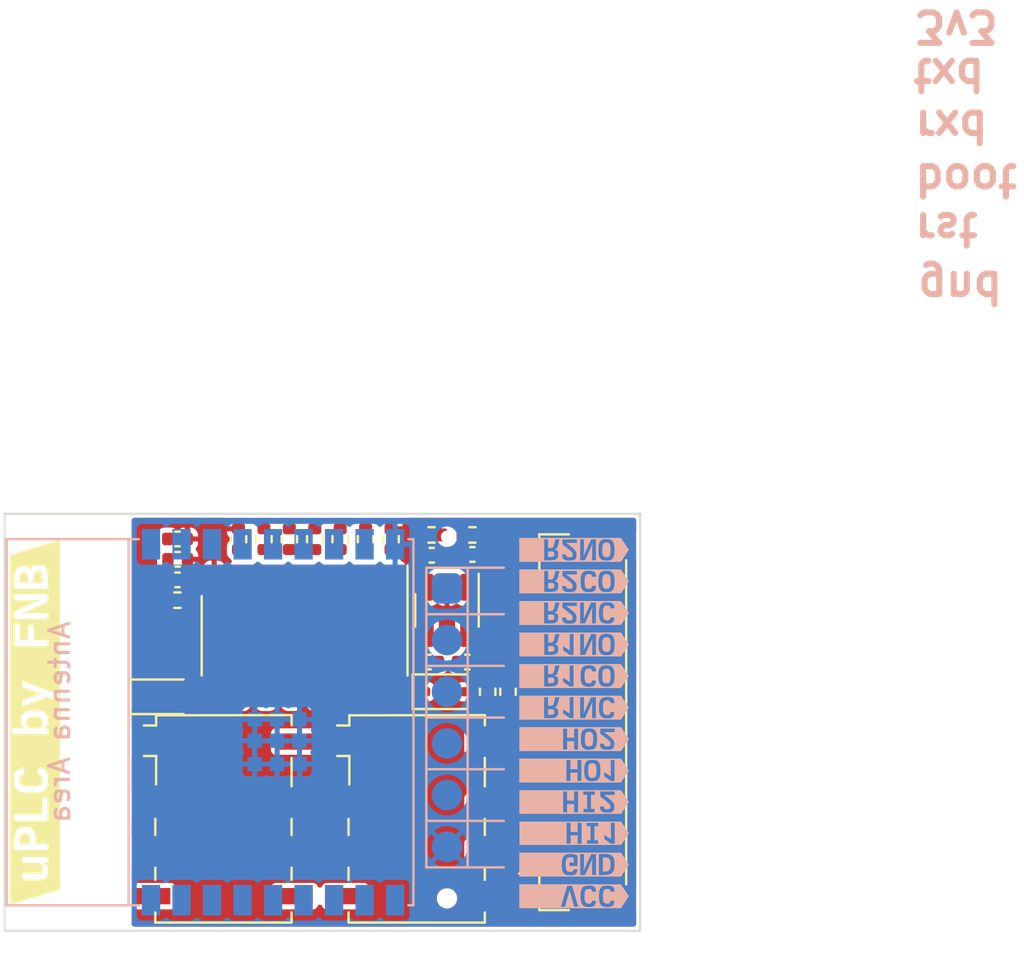
<source format=kicad_pcb>
(kicad_pcb (version 20221018) (generator pcbnew)
  (layers (0 "F.Cu" signal) (31 "B.Cu" signal) (34 "B.Paste" user) (35 "F.Paste" user) (36 "B.SilkS" user "B.Silkscreen") (37 "F.SilkS" user "F.Silkscreen") (38 "B.Mask" user) (39 "F.Mask" user) (44 "Edge.Cuts" user))
  (net 0 "")
  (net 1 "+VDC")
  (net 2 "GND")
  (net 3 "+3.3V")
  (net 4 "VBUS")
  (net 5 "TX")
  (net 6 "RX")
  (net 7 "BOOT")
  (net 8 "RST")
  (net 9 "HO2")
  (net 10 "R1NC")
  (net 11 "R1NO")
  (net 12 "R1CO")
  (net 13 "R2NC")
  (net 14 "R2CO")
  (net 16 "R2NO")
  (net 18 "Net-(U3-GPIO8)")
  (net 19 "Net-(U3-GPIO2{slash}ADC1_CH2)")
  (net 23 "ADC")
  (net 25 "GPIO14")
  (net 26 "GPIO12")
  (net 27 "GPIO13")
  (net 28 "GPIO5")
  (net 29 "RO1")
  (net 30 "RO2")
  (net 31 "HO1")
  (net 32 "HI2")
  (net 33 "HI1")
  (net 34 "GPIO15")
  (net 35 "GPIO4")
  (footprint "kibuzzard-65D272D8" (layer "F.Cu") (at 101.5 82.5 90)
    (fp_text reference "kibuzzard-65D272D8" hide)
    (fp_text value "G***" hide)
  )
  (footprint "Resistor_SMD:R_0402_1005Metric" (layer "F.Cu") (at 119 73.5 90)
    (fp_text reference "R7" hide)
    (fp_text value "10K")
    (pad "1" smd roundrect (at -0.51 0 90) (size 0.54 0.64) (layers "F.Cu" "F.Paste" "F.Mask") (net 27 "GPIO13"))
    (pad "2" smd roundrect (at 0.51 0 90) (size 0.54 0.64) (layers "F.Cu" "F.Paste" "F.Mask") (net 2 "GND"))
  )
  (footprint "Resistor_SMD:R_0402_1005Metric" (layer "F.Cu") (at 116.5 73.5 90)
    (fp_text reference "R4" hide)
    (fp_text value "10K")
    (pad "1" smd roundrect (at -0.51 0 90) (size 0.54 0.64) (layers "F.Cu" "F.Paste" "F.Mask") (net 18 "Net-(U3-GPIO8)"))
    (pad "2" smd roundrect (at 0.51 0 90) (size 0.54 0.64) (layers "F.Cu" "F.Paste" "F.Mask") (net 3 "+3.3V"))
  )
  (footprint "Connector_JST:JST_GH_SM12B-GHS-TB_1x12-1MP_P1.25mm_Horizontal" (layer "F.Cu") (at 128 82.5 90)
    (fp_text reference "J2" hide)
    (fp_text value "SM12B-GHS-TB(LF)(SN)")
    (pad "1" smd roundrect (at -6.875 -1.85 90) (size 0.6 1.7) (layers "F.Cu" "F.Paste" "F.Mask") (net 1 "+VDC"))
    (pad "2" smd roundrect (at -5.625 -1.85 90) (size 0.6 1.7) (layers "F.Cu" "F.Paste" "F.Mask") (net 2 "GND"))
    (pad "3" smd roundrect (at -4.375 -1.85 90) (size 0.6 1.7) (layers "F.Cu" "F.Paste" "F.Mask") (net 33 "HI1"))
    (pad "4" smd roundrect (at -3.125 -1.85 90) (size 0.6 1.7) (layers "F.Cu" "F.Paste" "F.Mask") (net 32 "HI2"))
    (pad "5" smd roundrect (at -1.875 -1.85 90) (size 0.6 1.7) (layers "F.Cu" "F.Paste" "F.Mask") (net 31 "HO1"))
    (pad "6" smd roundrect (at -0.625 -1.85 90) (size 0.6 1.7) (layers "F.Cu" "F.Paste" "F.Mask") (net 9 "HO2"))
    (pad "7" smd roundrect (at 0.625 -1.85 90) (size 0.6 1.7) (layers "F.Cu" "F.Paste" "F.Mask") (net 10 "R1NC"))
    (pad "8" smd roundrect (at 1.875 -1.85 90) (size 0.6 1.7) (layers "F.Cu" "F.Paste" "F.Mask") (net 12 "R1CO"))
    (pad "9" smd roundrect (at 3.125 -1.85 90) (size 0.6 1.7) (layers "F.Cu" "F.Paste" "F.Mask") (net 11 "R1NO"))
    (pad "10" smd roundrect (at 4.375 -1.85 90) (size 0.6 1.7) (layers "F.Cu" "F.Paste" "F.Mask") (net 13 "R2NC"))
    (pad "11" smd roundrect (at 5.625 -1.85 90) (size 0.6 1.7) (layers "F.Cu" "F.Paste" "F.Mask") (net 14 "R2CO"))
    (pad "12" smd roundrect (at 6.875 -1.85 90) (size 0.6 1.7) (layers "F.Cu" "F.Paste" "F.Mask") (net 16 "R2NO"))
    (pad "MP" smd roundrect (at -8.725 1.35 90) (size 1 2.7) (layers "F.Cu" "F.Paste" "F.Mask") (net 2 "GND"))
    (pad "MP" smd roundrect (at 8.725 1.35 90) (size 1 2.7) (layers "F.Cu" "F.Paste" "F.Mask") (net 2 "GND"))
  )
  (footprint "Relay_SMD:Relay_DPDT_Omron_G6K-2F-Y" (layer "F.Cu") (at 120.25 87.25)
    (fp_text reference "K2" hide)
    (fp_text value "G6K-2F-Y")
    (pad "1" smd rect (at -3.5 -3.8) (size 1.8 0.8) (layers "F.Cu" "F.Paste" "F.Mask") (net 4 "VBUS"))
    (pad "2" smd rect (at -3.5 -0.6) (size 1.8 0.8) (layers "F.Cu" "F.Paste" "F.Mask") (net 13 "R2NC"))
    (pad "3" smd rect (at -3.5 1.6) (size 1.8 0.8) (layers "F.Cu" "F.Paste" "F.Mask") (net 14 "R2CO"))
    (pad "4" smd rect (at -3.5 3.8) (size 1.8 0.8) (layers "F.Cu" "F.Paste" "F.Mask") (net 16 "R2NO"))
    (pad "5" smd rect (at 3.5 3.8) (size 1.8 0.8) (layers "F.Cu" "F.Paste" "F.Mask") (net 16 "R2NO"))
    (pad "6" smd rect (at 3.5 1.6) (size 1.8 0.8) (layers "F.Cu" "F.Paste" "F.Mask") (net 14 "R2CO"))
    (pad "7" smd rect (at 3.5 -0.6) (size 1.8 0.8) (layers "F.Cu" "F.Paste" "F.Mask") (net 13 "R2NC"))
    (pad "8" smd rect (at 3.5 -3.8) (size 1.8 0.8) (layers "F.Cu" "F.Paste" "F.Mask") (net 30 "RO2"))
  )
  (footprint "Capacitor_SMD:C_0402_1005Metric" (layer "F.Cu") (at 108.51 74.49)
    (fp_text reference "C10" hide)
    (fp_text value "0.1uF")
    (pad "1" smd roundrect (at -0.48 0) (size 0.56 0.62) (layers "F.Cu" "F.Paste" "F.Mask") (net 3 "+3.3V"))
    (pad "2" smd roundrect (at 0.48 0) (size 0.56 0.62) (layers "F.Cu" "F.Paste" "F.Mask") (net 2 "GND"))
  )
  (footprint "Resistor_SMD:R_0402_1005Metric" (layer "F.Cu") (at 108.5 76.5 180)
    (fp_text reference "R5" hide)
    (fp_text value "10K")
    (pad "1" smd roundrect (at -0.51 0 180) (size 0.54 0.64) (layers "F.Cu" "F.Paste" "F.Mask") (net 19 "Net-(U3-GPIO2{slash}ADC1_CH2)"))
    (pad "2" smd roundrect (at 0.51 0 180) (size 0.54 0.64) (layers "F.Cu" "F.Paste" "F.Mask") (net 3 "+3.3V"))
  )
  (footprint "Resistor_SMD:R_0402_1005Metric" (layer "F.Cu") (at 112.75 73.5 90)
    (fp_text reference "R12" hide)
    (fp_text value "10K")
    (pad "1" smd roundrect (at -0.51 0 90) (size 0.54 0.64) (layers "F.Cu" "F.Paste" "F.Mask") (net 33 "HI1"))
    (pad "2" smd roundrect (at 0.51 0 90) (size 0.54 0.64) (layers "F.Cu" "F.Paste" "F.Mask") (net 2 "GND"))
  )
  (footprint "Diode_SMD:D_SOD-323" (layer "F.Cu") (at 121.675 81)
    (fp_text reference "D2" hide)
    (fp_text value "1N4148WS")
    (pad "1" smd roundrect (at -1.05 0) (size 0.6 0.45) (layers "F.Cu" "F.Paste" "F.Mask") (net 4 "VBUS"))
    (pad "2" smd roundrect (at 1.05 0) (size 0.6 0.45) (layers "F.Cu" "F.Paste" "F.Mask") (net 30 "RO2"))
  )
  (footprint "Resistor_SMD:R_0402_1005Metric" (layer "F.Cu") (at 123 73.29 180)
    (fp_text reference "R6" hide)
    (fp_text value "316k")
    (pad "1" smd roundrect (at -0.51 0 180) (size 0.54 0.64) (layers "F.Cu" "F.Paste" "F.Mask") (net 1 "+VDC"))
    (pad "2" smd roundrect (at 0.51 0 180) (size 0.54 0.64) (layers "F.Cu" "F.Paste" "F.Mask") (net 23 "ADC"))
  )
  (footprint "Resistor_SMD:R_0402_1005Metric" (layer "F.Cu") (at 124.75 81 -90)
    (fp_text reference "R2" hide)
    (fp_text value "10K")
    (pad "1" smd roundrect (at -0.51 0 270) (size 0.54 0.64) (layers "F.Cu" "F.Paste" "F.Mask") (net 3 "+3.3V"))
    (pad "2" smd roundrect (at 0.51 0 270) (size 0.54 0.64) (layers "F.Cu" "F.Paste" "F.Mask") (net 7 "BOOT"))
  )
  (footprint "Package_TO_SOT_SMD:SOT-23-5" (layer "F.Cu") (at 121.75 77 -90)
    (fp_text reference "U1" hide)
    (fp_text value "DS8242-33S5")
    (pad "1" smd roundrect (at -1.1375 -0.95 270) (size 1.325 0.6) (layers "F.Cu" "F.Paste" "F.Mask") (net 1 "+VDC"))
    (pad "2" smd roundrect (at -1.1375 0 270) (size 1.325 0.6) (layers "F.Cu" "F.Paste" "F.Mask") (net 2 "GND"))
    (pad "3" smd roundrect (at -1.1375 0.95 270) (size 1.325 0.6) (layers "F.Cu" "F.Paste" "F.Mask"))
    (pad "4" smd roundrect (at 1.1375 0.95 270) (size 1.325 0.6) (layers "F.Cu" "F.Paste" "F.Mask"))
    (pad "5" smd roundrect (at 1.1375 -0.95 270) (size 1.325 0.6) (layers "F.Cu" "F.Paste" "F.Mask") (net 3 "+3.3V"))
  )
  (footprint "Capacitor_SMD:C_0402_1005Metric" (layer "F.Cu") (at 123 74.25 180)
    (fp_text reference "C4" hide)
    (fp_text value "0.1uF")
    (pad "1" smd roundrect (at -0.48 0 180) (size 0.56 0.62) (layers "F.Cu" "F.Paste" "F.Mask") (net 2 "GND"))
    (pad "2" smd roundrect (at 0.48 0 180) (size 0.56 0.62) (layers "F.Cu" "F.Paste" "F.Mask") (net 1 "+VDC"))
  )
  (footprint "Capacitor_SMD:C_0402_1005Metric" (layer "F.Cu") (at 108.5 73.49)
    (fp_text reference "C3" hide)
    (fp_text value "0.1uF")
    (pad "1" smd roundrect (at -0.48 0) (size 0.56 0.62) (layers "F.Cu" "F.Paste" "F.Mask") (net 3 "+3.3V"))
    (pad "2" smd roundrect (at 0.48 0) (size 0.56 0.62) (layers "F.Cu" "F.Paste" "F.Mask") (net 2 "GND"))
  )
  (footprint "Capacitor_SMD:C_0402_1005Metric" (layer "F.Cu") (at 120.845 79.54 180)
    (fp_text reference "C7" hide)
    (fp_text value "1uF")
    (pad "1" smd roundrect (at -0.48 0 180) (size 0.56 0.62) (layers "F.Cu" "F.Paste" "F.Mask") (net 3 "+3.3V"))
    (pad "2" smd roundrect (at 0.48 0 180) (size 0.56 0.62) (layers "F.Cu" "F.Paste" "F.Mask") (net 2 "GND"))
  )
  (footprint "Diode_SMD:D_SOD-323" (layer "F.Cu") (at 107.75 81.25)
    (fp_text reference "D1" hide)
    (fp_text value "1N4148WS")
    (pad "1" smd roundrect (at -1.05 0) (size 0.6 0.45) (layers "F.Cu" "F.Paste" "F.Mask") (net 4 "VBUS"))
    (pad "2" smd roundrect (at 1.05 0) (size 0.6 0.45) (layers "F.Cu" "F.Paste" "F.Mask") (net 29 "RO1"))
  )
  (footprint "Resistor_SMD:R_0402_1005Metric" (layer "F.Cu") (at 115.25 73.5 90)
    (fp_text reference "R9" hide)
    (fp_text value "10K")
    (pad "1" smd roundrect (at -0.51 0 90) (size 0.54 0.64) (layers "F.Cu" "F.Paste" "F.Mask") (net 25 "GPIO14"))
    (pad "2" smd roundrect (at 0.51 0 90) (size 0.54 0.64) (layers "F.Cu" "F.Paste" "F.Mask") (net 2 "GND"))
  )
  (footprint "Relay_SMD:Relay_DPDT_Omron_G6K-2F-Y" (layer "F.Cu") (at 110.75 87.25)
    (fp_text reference "K1" hide)
    (fp_text value "G6K-2F-Y")
    (pad "1" smd rect (at -3.5 -3.8) (size 1.8 0.8) (layers "F.Cu" "F.Paste" "F.Mask") (net 4 "VBUS"))
    (pad "2" smd rect (at -3.5 -0.6) (size 1.8 0.8) (layers "F.Cu" "F.Paste" "F.Mask") (net 10 "R1NC"))
    (pad "3" smd rect (at -3.5 1.6) (size 1.8 0.8) (layers "F.Cu" "F.Paste" "F.Mask") (net 12 "R1CO"))
    (pad "4" smd rect (at -3.5 3.8) (size 1.8 0.8) (layers "F.Cu" "F.Paste" "F.Mask") (net 11 "R1NO"))
    (pad "5" smd rect (at 3.5 3.8) (size 1.8 0.8) (layers "F.Cu" "F.Paste" "F.Mask") (net 11 "R1NO"))
    (pad "6" smd rect (at 3.5 1.6) (size 1.8 0.8) (layers "F.Cu" "F.Paste" "F.Mask") (net 12 "R1CO"))
    (pad "7" smd rect (at 3.5 -0.6) (size 1.8 0.8) (layers "F.Cu" "F.Paste" "F.Mask") (net 10 "R1NC"))
    (pad "8" smd rect (at 3.5 -3.8) (size 1.8 0.8) (layers "F.Cu" "F.Paste" "F.Mask") (net 29 "RO1"))
  )
  (footprint "Capacitor_SMD:C_0402_1005Metric" (layer "F.Cu") (at 122.75 79.54)
    (fp_text reference "C9" hide)
    (fp_text value "0.1uF")
    (pad "1" smd roundrect (at -0.48 0) (size 0.56 0.62) (layers "F.Cu" "F.Paste" "F.Mask") (net 3 "+3.3V"))
    (pad "2" smd roundrect (at 0.48 0) (size 0.56 0.62) (layers "F.Cu" "F.Paste" "F.Mask") (net 2 "GND"))
  )
  (footprint "Resistor_SMD:R_0402_1005Metric" (layer "F.Cu") (at 114 73.5 90)
    (fp_text reference "R10" hide)
    (fp_text value "10K")
    (pad "1" smd roundrect (at -0.51 0 90) (size 0.54 0.64) (layers "F.Cu" "F.Paste" "F.Mask") (net 34 "GPIO15"))
    (pad "2" smd roundrect (at 0.51 0 90) (size 0.54 0.64) (layers "F.Cu" "F.Paste" "F.Mask") (net 2 "GND"))
  )
  (footprint "Resistor_SMD:R_0402_1005Metric" (layer "F.Cu") (at 117.75 73.5 90)
    (fp_text reference "R8" hide)
    (fp_text value "10K")
    (pad "1" smd roundrect (at -0.51 0 90) (size 0.54 0.64) (layers "F.Cu" "F.Paste" "F.Mask") (net 26 "GPIO12"))
    (pad "2" smd roundrect (at 0.51 0 90) (size 0.54 0.64) (layers "F.Cu" "F.Paste" "F.Mask") (net 2 "GND"))
  )
  (footprint "Capacitor_SMD:C_0402_1005Metric" (layer "F.Cu") (at 121 74.29 180)
    (fp_text reference "C1" hide)
    (fp_text value "1uF")
    (pad "1" smd roundrect (at -0.48 0 180) (size 0.56 0.62) (layers "F.Cu" "F.Paste" "F.Mask") (net 1 "+VDC"))
    (pad "2" smd roundrect (at 0.48 0 180) (size 0.56 0.62) (layers "F.Cu" "F.Paste" "F.Mask") (net 2 "GND"))
  )
  (footprint "Resistor_SMD:R_0402_1005Metric" (layer "F.Cu") (at 123.75 81 -90)
    (fp_text reference "R1" hide)
    (fp_text value "10K")
    (pad "1" smd roundrect (at -0.51 0 270) (size 0.54 0.64) (layers "F.Cu" "F.Paste" "F.Mask") (net 3 "+3.3V"))
    (pad "2" smd roundrect (at 0.51 0 270) (size 0.54 0.64) (layers "F.Cu" "F.Paste" "F.Mask") (net 8 "RST"))
  )
  (footprint "Resistor_SMD:R_0402_1005Metric" (layer "F.Cu") (at 111.5 73.5 90)
    (fp_text reference "R11" hide)
    (fp_text value "10K")
    (pad "1" smd roundrect (at -0.51 0 90) (size 0.54 0.64) (layers "F.Cu" "F.Paste" "F.Mask") (net 32 "HI2"))
    (pad "2" smd roundrect (at 0.51 0 90) (size 0.54 0.64) (layers "F.Cu" "F.Paste" "F.Mask") (net 2 "GND"))
  )
  (footprint "Resistor_SMD:R_0402_1005Metric" (layer "F.Cu") (at 120.99 73.29 180)
    (fp_text reference "R3" hide)
    (fp_text value "13.7k")
    (pad "1" smd roundrect (at -0.51 0 180) (size 0.54 0.64) (layers "F.Cu" "F.Paste" "F.Mask") (net 23 "ADC"))
    (pad "2" smd roundrect (at 0.51 0 180) (size 0.54 0.64) (layers "F.Cu" "F.Paste" "F.Mask") (net 2 "GND"))
  )
  (footprint "Capacitor_SMD:C_0402_1005Metric" (layer "F.Cu") (at 108.5 75.5)
    (fp_text reference "C11" hide)
    (fp_text value "1uF")
    (pad "1" smd roundrect (at -0.48 0) (size 0.56 0.62) (layers "F.Cu" "F.Paste" "F.Mask") (net 3 "+3.3V"))
    (pad "2" smd roundrect (at 0.48 0) (size 0.56 0.62) (layers "F.Cu" "F.Paste" "F.Mask") (net 2 "GND"))
  )
  (footprint "Package_SO:SOIC-16_3.9x9.9mm_P1.27mm" (layer "F.Cu") (at 114.75 78.25 -90)
    (fp_text reference "U5" hide)
    (fp_text value "TBD62003AFWG")
    (pad "1" smd roundrect (at -2.475 -4.445 270) (size 1.95 0.6) (layers "F.Cu" "F.Paste" "F.Mask") (net 27 "GPIO13"))
    (pad "2" smd roundrect (at -2.475 -3.175 270) (size 1.95 0.6) (layers "F.Cu" "F.Paste" "F.Mask") (net 27 "GPIO13"))
    (pad "3" smd roundrect (at -2.475 -1.905 270) (size 1.95 0.6) (layers "F.Cu" "F.Paste" "F.Mask") (net 26 "GPIO12"))
    (pad "4" smd roundrect (at -2.475 -0.635 270) (size 1.95 0.6) (layers "F.Cu" "F.Paste" "F.Mask") (net 25 "GPIO14"))
    (pad "5" smd roundrect (at -2.475 0.635 270) (size 1.95 0.6) (layers "F.Cu" "F.Paste" "F.Mask") (net 34 "GPIO15"))
    (pad "6" smd roundrect (at -2.475 1.905 270) (size 1.95 0.6) (layers "F.Cu" "F.Paste" "F.Mask") (net 33 "HI1"))
    (pad "7" smd roundrect (at -2.475 3.175 270) (size 1.95 0.6) (layers "F.Cu" "F.Paste" "F.Mask") (net 32 "HI2"))
    (pad "8" smd roundrect (at -2.475 4.445 270) (size 1.95 0.6) (layers "F.Cu" "F.Paste" "F.Mask") (net 2 "GND"))
    (pad "9" smd roundrect (at 2.475 4.445 270) (size 1.95 0.6) (layers "F.Cu" "F.Paste" "F.Mask"))
    (pad "10" smd roundrect (at 2.475 3.175 270) (size 1.95 0.6) (layers "F.Cu" "F.Paste" "F.Mask") (net 28 "GPIO5"))
    (pad "11" smd roundrect (at 2.475 1.905 270) (size 1.95 0.6) (layers "F.Cu" "F.Paste" "F.Mask") (net 35 "GPIO4"))
    (pad "12" smd roundrect (at 2.475 0.635 270) (size 1.95 0.6) (layers "F.Cu" "F.Paste" "F.Mask") (net 30 "RO2"))
    (pad "13" smd roundrect (at 2.475 -0.635 270) (size 1.95 0.6) (layers "F.Cu" "F.Paste" "F.Mask") (net 29 "RO1"))
    (pad "14" smd roundrect (at 2.475 -1.905 270) (size 1.95 0.6) (layers "F.Cu" "F.Paste" "F.Mask") (net 9 "HO2"))
    (pad "15" smd roundrect (at 2.475 -3.175 270) (size 1.95 0.6) (layers "F.Cu" "F.Paste" "F.Mask") (net 31 "HO1"))
    (pad "16" smd roundrect (at 2.475 -4.445 270) (size 1.95 0.6) (layers "F.Cu" "F.Paste" "F.Mask") (net 31 "HO1"))
  )
  (footprint "esprelay:kibuzzard-65CFDABC" (layer "B.Cu") (at 128 74.026138)
    (fp_text reference "kibuzzard-65CFDABC" hide)
    (fp_text value "G***" hide)
  )
  (footprint "esprelay:kibuzzard-65666C87" (layer "B.Cu") (at 128 84.873827)
    (fp_text reference "kibuzzard-65666C87" hide)
    (fp_text value "G***" hide)
  )
  (footprint "esprelay:kibuzzard-65CFDAA0" (layer "B.Cu") (at 128 80.22805)
    (fp_text reference "kibuzzard-65CFDAA0" hide)
    (fp_text value "G***" hide)
  )
  (footprint "esprelay:kibuzzard-65666C76" (layer "B.Cu") (at 128.004776 87.958194)
    (fp_text reference "kibuzzard-65666C76" hide)
    (fp_text value "G***" hide)
  )
  (footprint "TestPoint:TestPoint_Pad_1.0x1.0mm_6pad" (layer "B.Cu") (at 121.75 75.92 -90)
    (fp_text reference "J1" hide)
    (fp_text value "Conn_01x06_Pin")
    (pad "" np_thru_hole circle (at -2.54 0 270) (size 0.6 0.6) (drill 0.6) (layers "F&B.Cu" "*.Mask"))
    (pad "" np_thru_hole circle (at 15.24 0 270) (size 0.6 0.6) (drill 0.6) (layers "F&B.Cu" "*.Mask"))
    (pad "1" smd roundrect (at 0 0 270) (size 1.5 1.5) (layers "B.Cu" "B.Mask") (net 3 "+3.3V"))
    (pad "2" smd circle (at 2.54 0 270) (size 1.5 1.5) (layers "B.Cu" "B.Mask") (net 5 "TX"))
    (pad "3" smd circle (at 5.08 0 270) (size 1.5 1.5) (layers "B.Cu" "B.Mask") (net 6 "RX"))
    (pad "4" smd circle (at 7.62 0 270) (size 1.5 1.5) (layers "B.Cu" "B.Mask") (net 7 "BOOT"))
    (pad "5" smd circle (at 10.16 0 270) (size 1.5 1.5) (layers "B.Cu" "B.Mask") (net 8 "RST"))
    (pad "6" smd circle (at 12.7 0 270) (size 1.5 1.5) (layers "B.Cu" "B.Mask") (net 2 "GND"))
  )
  (footprint "esprelay:kibuzzard-65CFDAA7" (layer "B.Cu") (at 128.002262 78.678703)
    (fp_text reference "kibuzzard-65CFDAA7" hide)
    (fp_text value "G***" hide)
  )
  (footprint "esprelay:kibuzzard-65666CB7" (layer "B.Cu") (at 128 81.784183)
    (fp_text reference "kibuzzard-65666CB7" hide)
    (fp_text value "G***" hide)
  )
  (footprint "esprelay:kibuzzard-65CFDA91" (layer "B.Cu") (at 128.00377 83.329005)
    (fp_text reference "kibuzzard-65CFDA91" hide)
    (fp_text value "G***" hide)
  )
  (footprint "esprelay:kibuzzard-65CFDAB5" (layer "B.Cu") (at 128.001508 75.577747)
    (fp_text reference "kibuzzard-65CFDAB5" hide)
    (fp_text value "G***" hide)
  )
  (footprint "esprelay:kibuzzard-65666C71" (layer "B.Cu") (at 128 89.5)
    (fp_text reference "kibuzzard-65666C71" hide)
    (fp_text value "G***" hide)
  )
  (footprint "esprelay:kibuzzard-65666C7B" (layer "B.Cu") (at 128.002262 86.423174)
    (fp_text reference "kibuzzard-65666C7B" hide)
    (fp_text value "G***" hide)
  )
  (footprint "esprelay:kibuzzard-65666C6B" (layer "B.Cu") (at 128 91.056138)
    (fp_text reference "kibuzzard-65666C6B" hide)
    (fp_text value "G***" hide)
  )
  (footprint "esprelay:kibuzzard-65CFDAAD" (layer "B.Cu") (at 128 77.129356)
    (fp_text reference "kibuzzard-65CFDAAD" hide)
    (fp_text value "G***" hide)
  )
  (footprint "Espressif:ESP32-C3-WROOM-02" (layer "B.Cu") (at 113.1 82.5 -90)
    (fp_text reference "U3" hide)
    (fp_text value "ESP32-C3-WROOM-02")
    (fp_text user "Antenna Area" (at 0 10.4 90) (layer "B.SilkS") (effects (justify mirror)))
    (pad "1" smd rect (at -8.75 5.9 270) (size 1.5 0.9) (layers "B.Cu" "B.Paste" "B.Mask") (net 3 "+3.3V"))
    (pad "2" smd rect (at -8.75 4.4 270) (size 1.5 0.9) (layers "B.Cu" "B.Paste" "B.Mask") (net 8 "RST"))
    (pad "3" smd rect (at -8.75 2.9 270) (size 1.5 0.9) (layers "B.Cu" "B.Paste" "B.Mask") (net 28 "GPIO5"))
    (pad "4" smd rect (at -8.75 1.4 270) (size 1.5 0.9) (layers "B.Cu" "B.Paste" "B.Mask") (net 26 "GPIO12"))
    (pad "5" smd rect (at -8.75 -0.1 270) (size 1.5 0.9) (layers "B.Cu" "B.Paste" "B.Mask") (net 27 "GPIO13"))
    (pad "6" smd rect (at -8.75 -1.6 270) (size 1.5 0.9) (layers "B.Cu" "B.Paste" "B.Mask") (net 25 "GPIO14"))
    (pad "7" smd rect (at -8.75 -3.1 270) (size 1.5 0.9) (layers "B.Cu" "B.Paste" "B.Mask") (net 18 "Net-(U3-GPIO8)"))
    (pad "8" smd rect (at -8.75 -4.6 270) (size 1.5 0.9) (layers "B.Cu" "B.Paste" "B.Mask") (net 7 "BOOT"))
    (pad "9" smd rect (at -8.75 -6.1 270) (size 1.5 0.9) (layers "B.Cu" "B.Paste" "B.Mask") (net 2 "GND"))
    (pad "10" smd rect (at 8.75 -6.1 90) (size 1.5 0.9) (layers "B.Cu" "B.Paste" "B.Mask") (net 34 "GPIO15"))
    (pad "11" smd rect (at 8.75 -4.6 90) (size 1.5 0.9) (layers "B.Cu" "B.Paste" "B.Mask") (net 6 "RX"))
    (pad "12" smd rect (at 8.75 -3.1 90) (size 1.5 0.9) (layers "B.Cu" "B.Paste" "B.Mask") (net 5 "TX"))
    (pad "13" smd rect (at 8.75 -1.6 90) (size 1.5 0.9) (layers "B.Cu" "B.Paste" "B.Mask"))
    (pad "14" smd rect (at 8.75 -0.1 90) (size 1.5 0.9) (layers "B.Cu" "B.Paste" "B.Mask"))
    (pad "15" smd rect (at 8.75 1.4 90) (size 1.5 0.9) (layers "B.Cu" "B.Paste" "B.Mask") (net 35 "GPIO4"))
    (pad "16" smd rect (at 8.75 2.9 90) (size 1.5 0.9) (layers "B.Cu" "B.Paste" "B.Mask") (net 19 "Net-(U3-GPIO2{slash}ADC1_CH2)"))
    (pad "17" smd rect (at 8.75 4.4 90) (size 1.5 0.9) (layers "B.Cu" "B.Paste" "B.Mask"))
    (pad "18" smd rect (at 8.75 5.9 90) (size 1.5 0.9) (layers "B.Cu" "B.Paste" "B.Mask") (net 23 "ADC"))
    (pad "19" smd rect (at -0.14 -1.4 90) (size 0.7 0.7) (layers "B.Cu" "B.Paste" "B.Mask") (net 2 "GND"))
    (pad "19" smd rect (at -0.14 -0.3 90) (size 0.7 0.7) (layers "B.Cu" "B.Paste" "B.Mask") (net 2 "GND"))
    (pad "19" smd rect (at -0.14 0.8 90) (size 0.7 0.7) (layers "B.Cu" "B.Paste" "B.Mask") (net 2 "GND"))
    (pad "19" smd rect (at 0.91 -1.4 90) (size 0.7 0.7) (layers "B.Cu" "B.Paste" "B.Mask") (net 2 "GND"))
    (pad "19" smd rect (at 0.91 -0.3 90) (size 0.7 0.7) (layers "B.Cu" "B.Paste" "B.Mask") (net 2 "GND"))
    (pad "19" smd rect (at 0.91 0.8 90) (size 0.7 0.7) (layers "B.Cu" "B.Paste" "B.Mask") (net 2 "GND"))
    (pad "19" smd rect (at 2.06 -1.4 90) (size 0.7 0.7) (layers "B.Cu" "B.Paste" "B.Mask") (net 2 "GND"))
    (pad "19" smd rect (at 2.06 -0.3 90) (size 0.7 0.7) (layers "B.Cu" "B.Paste" "B.Mask") (net 2 "GND"))
    (pad "19" smd rect (at 2.06 0.8 90) (size 0.7 0.7) (layers "B.Cu" "B.Paste" "B.Mask") (net 2 "GND"))
    (zone (net 0) (net_name "") (layers "*.Cu") (name "antenna keepout") (connect_pads (clearance 0)) (min_thickness 0.254)
      (keepout (tracks not_allowed) (vias not_allowed) (pads not_allowed) (copperpour not_allowed) (footprints not_allowed))
      (fill (thermal_gap 0.508) (thermal_bridge_width 0.508))
      (polygon (pts (xy 106.1 91.5) (xy 106.1 73.5) (xy 100.1 73.5) (xy 100.1 91.5)))
    )
  )
  (gr_rect (start 100 72.25) (end 131.25 92.75) (stroke (width 0.1)) (fill none) (layer "Edge.Cuts"))
  (gr_text "gnd" (at 144.75 60.25 180) (layer "B.SilkS") (effects (font (size 1.5 1.5) (thickness 0.3) bold) (justify left bottom mirror)))
  (gr_text "3v3" (at 144.604052 47.400689 180) (layer "B.SilkS") (effects (font (size 1.5 1.5) (thickness 0.3) bold) (justify left bottom mirror)))
  (gr_text "boot" (at 144.604052 54.960689 180) (layer "B.SilkS") (effects (font (size 1.5 1.5) (thickness 0.3) bold) (justify left bottom mirror)))
  (gr_text "rxd" (at 144.604052 52.330689 180) (layer "B.SilkS") (effects (font (size 1.5 1.5) (thickness 0.3) bold) (justify left bottom mirror)))
  (gr_text "rst" (at 144.604052 57.360689 180) (layer "B.SilkS") (effects (font (size 1.5 1.5) (thickness 0.3) bold) (justify left bottom mirror)))
  (gr_text "txd" (at 144.514052 49.780689 180) (layer "B.SilkS") (effects (font (size 1.5 1.5) (thickness 0.3) bold) (justify left bottom mirror)))
  (zone (net 2) (net_name "GND") (layers "F&B.Cu") (name "GNDPOUR") (connect_pads (clearance 0.25)) (min_thickness 0.25) (fill yes (thermal_gap 0.25) (thermal_bridge_width 0.25))
    (polygon (pts (xy 106.25 92.75) (xy 106.25 72.25) (xy 131.25 72.25) (xy 131.25 92.75)))
  )
)
</source>
